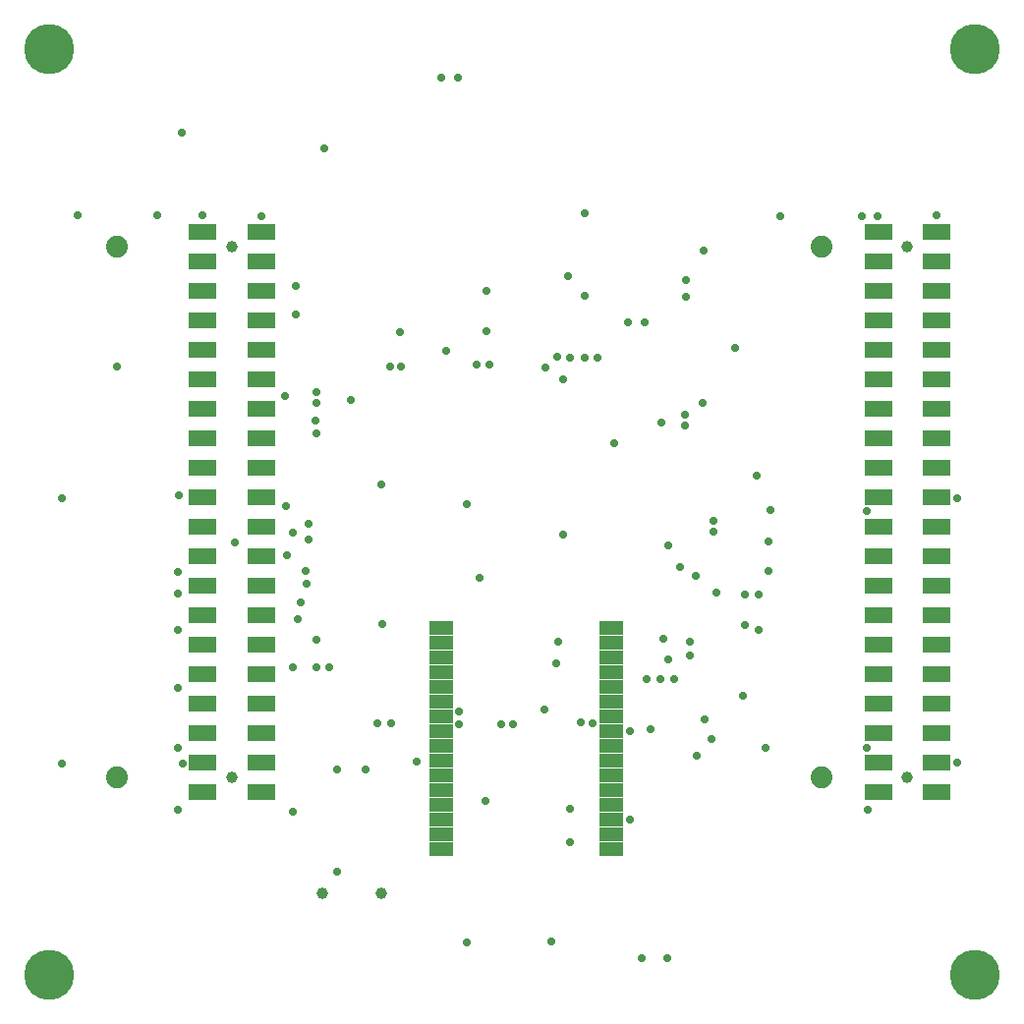
<source format=gbs>
G04*
G04 #@! TF.GenerationSoftware,Altium Limited,Altium Designer,23.11.1 (41)*
G04*
G04 Layer_Color=16711935*
%FSLAX25Y25*%
%MOIN*%
G70*
G04*
G04 #@! TF.SameCoordinates,7B13C31F-70D5-41CF-BA4D-497FEED21CC8*
G04*
G04*
G04 #@! TF.FilePolarity,Negative*
G04*
G01*
G75*
%ADD67C,0.07408*%
%ADD68C,0.03904*%
%ADD69C,0.17000*%
%ADD70C,0.02800*%
%ADD80R,0.07880X0.04613*%
%ADD81R,0.09416X0.05400*%
D67*
X42973Y266800D02*
D03*
Y86800D02*
D03*
X281926D02*
D03*
Y266800D02*
D03*
D68*
X81959Y266800D02*
D03*
Y86800D02*
D03*
X311000Y266800D02*
D03*
Y86800D02*
D03*
X112400Y47451D02*
D03*
X132400D02*
D03*
D69*
X20000Y20000D02*
D03*
X334000D02*
D03*
Y334000D02*
D03*
X20000D02*
D03*
D70*
X63900Y182600D02*
D03*
X65078Y91521D02*
D03*
X327922Y91779D02*
D03*
Y181679D02*
D03*
X297333Y177175D02*
D03*
X24375Y181567D02*
D03*
X297300Y96900D02*
D03*
X24375Y91667D02*
D03*
X267900Y277200D02*
D03*
X295400Y277300D02*
D03*
X56600Y277500D02*
D03*
X29400D02*
D03*
X135503Y226307D02*
D03*
X235645Y206154D02*
D03*
Y209978D02*
D03*
X237207Y132771D02*
D03*
X237146Y128159D02*
D03*
X229800Y126800D02*
D03*
X227300Y120200D02*
D03*
X231900D02*
D03*
X204200Y105300D02*
D03*
X200100Y105400D02*
D03*
X177300Y104798D02*
D03*
X173100Y104800D02*
D03*
X158900Y104798D02*
D03*
Y109200D02*
D03*
X135900Y105200D02*
D03*
X131300D02*
D03*
X110500Y124100D02*
D03*
X107000Y157000D02*
D03*
X107100Y152700D02*
D03*
X110300Y207800D02*
D03*
X205800Y229379D02*
D03*
X201400D02*
D03*
X169116Y226811D02*
D03*
X164800D02*
D03*
X196500Y229379D02*
D03*
X192272Y229415D02*
D03*
X110430Y213737D02*
D03*
Y217506D02*
D03*
X196500Y76300D02*
D03*
X167800Y79000D02*
D03*
X242100Y106659D02*
D03*
X252400Y232700D02*
D03*
X194100Y169200D02*
D03*
X166000Y154700D02*
D03*
X63600Y75800D02*
D03*
X297500Y76000D02*
D03*
X168200Y252000D02*
D03*
Y238300D02*
D03*
X196000Y256900D02*
D03*
X153044Y324174D02*
D03*
X158556D02*
D03*
X161500Y179400D02*
D03*
X211454Y200249D02*
D03*
X133000Y139000D02*
D03*
X132600Y186100D02*
D03*
X102600Y124200D02*
D03*
X110400Y133600D02*
D03*
X108014Y167414D02*
D03*
X117500Y89400D02*
D03*
X114800Y124100D02*
D03*
X100231Y179000D02*
D03*
X110430Y203528D02*
D03*
X196500Y64800D02*
D03*
X216900Y72700D02*
D03*
X223951Y103300D02*
D03*
X227400Y207200D02*
D03*
X229680Y25400D02*
D03*
X239400Y94206D02*
D03*
X244500Y99900D02*
D03*
X255200Y114600D02*
D03*
X230050Y165650D02*
D03*
X245156Y173982D02*
D03*
X188132Y226028D02*
D03*
X201421Y250084D02*
D03*
Y278100D02*
D03*
X216300Y241100D02*
D03*
X236000Y255600D02*
D03*
X241800Y265400D02*
D03*
X191900Y125500D02*
D03*
X222700Y120200D02*
D03*
X99900Y216100D02*
D03*
X122200Y214900D02*
D03*
X139272Y226307D02*
D03*
X103600Y243800D02*
D03*
X103500Y253600D02*
D03*
X154700Y231400D02*
D03*
X262900Y96800D02*
D03*
X264500Y177500D02*
D03*
X259936Y189100D02*
D03*
X108014Y172768D02*
D03*
X100500Y162316D02*
D03*
X82900Y166600D02*
D03*
X260400Y136900D02*
D03*
X256000Y138400D02*
D03*
X194269Y221854D02*
D03*
X138800Y238000D02*
D03*
X260600Y149000D02*
D03*
X105300Y146100D02*
D03*
X187832Y109740D02*
D03*
X216900Y102500D02*
D03*
X228099Y133851D02*
D03*
X102700Y170000D02*
D03*
X245127Y170188D02*
D03*
X320900Y277500D02*
D03*
X192700Y132800D02*
D03*
X113326Y300344D02*
D03*
X241512Y214012D02*
D03*
X104063Y140400D02*
D03*
X246100Y149700D02*
D03*
X256000Y149000D02*
D03*
X239300Y155100D02*
D03*
X263800Y156900D02*
D03*
Y166900D02*
D03*
X234000Y158128D02*
D03*
X236000Y250025D02*
D03*
X221812Y241100D02*
D03*
X92000Y277300D02*
D03*
X71800Y277500D02*
D03*
X63400Y156700D02*
D03*
Y117300D02*
D03*
X127200Y89600D02*
D03*
X144447Y92200D02*
D03*
X102500Y75300D02*
D03*
X63400Y149100D02*
D03*
Y136800D02*
D03*
X42800Y226200D02*
D03*
X63400Y97000D02*
D03*
X161500Y30800D02*
D03*
X221019Y25400D02*
D03*
X190354Y31100D02*
D03*
X300900Y277300D02*
D03*
X117400Y54900D02*
D03*
X65025Y305600D02*
D03*
D80*
X210400Y72700D02*
D03*
X152762Y62700D02*
D03*
Y107700D02*
D03*
Y112700D02*
D03*
Y117700D02*
D03*
Y122700D02*
D03*
Y127700D02*
D03*
Y132700D02*
D03*
Y137700D02*
D03*
X210400D02*
D03*
Y132700D02*
D03*
Y127700D02*
D03*
X152762Y67700D02*
D03*
X210400Y122700D02*
D03*
Y117700D02*
D03*
Y112700D02*
D03*
Y107700D02*
D03*
Y102700D02*
D03*
Y97700D02*
D03*
Y92700D02*
D03*
Y87700D02*
D03*
Y82700D02*
D03*
Y77700D02*
D03*
X152762Y72700D02*
D03*
X210400Y67700D02*
D03*
Y62700D02*
D03*
X152762Y77700D02*
D03*
Y82700D02*
D03*
Y87700D02*
D03*
Y92700D02*
D03*
Y97700D02*
D03*
Y102700D02*
D03*
D81*
X72018Y81800D02*
D03*
X91900D02*
D03*
X72018Y271800D02*
D03*
X91900D02*
D03*
X72018Y261800D02*
D03*
X91900D02*
D03*
X72018Y251800D02*
D03*
X91900D02*
D03*
X72018Y241800D02*
D03*
X91900D02*
D03*
X72018Y231800D02*
D03*
X91900D02*
D03*
X72018Y221800D02*
D03*
X91900D02*
D03*
X72018Y211800D02*
D03*
X91900D02*
D03*
X72018Y201800D02*
D03*
X91900D02*
D03*
X72018Y191800D02*
D03*
X91900D02*
D03*
X72018Y181800D02*
D03*
X91900D02*
D03*
X72018Y171800D02*
D03*
X91900D02*
D03*
X72018Y161800D02*
D03*
X91900D02*
D03*
X72018Y151800D02*
D03*
X91900D02*
D03*
X72018Y141800D02*
D03*
X91900D02*
D03*
X72018Y131800D02*
D03*
X91900D02*
D03*
X72018Y121800D02*
D03*
X91900D02*
D03*
X72018Y111800D02*
D03*
X91900D02*
D03*
X72018Y101800D02*
D03*
X91900D02*
D03*
X72018Y91800D02*
D03*
X91900D02*
D03*
X301059Y271800D02*
D03*
X320941D02*
D03*
X301059Y261800D02*
D03*
X320941D02*
D03*
X301059Y251800D02*
D03*
X320941D02*
D03*
X301059Y241800D02*
D03*
X320941D02*
D03*
X301059Y231800D02*
D03*
X320941D02*
D03*
X301059Y221800D02*
D03*
X320941D02*
D03*
X301059Y211800D02*
D03*
X320941D02*
D03*
X301059Y201800D02*
D03*
X320941D02*
D03*
X301059Y191800D02*
D03*
X320941D02*
D03*
X301059Y181800D02*
D03*
X320941D02*
D03*
X301059Y171800D02*
D03*
X320941D02*
D03*
X301059Y161800D02*
D03*
X320941D02*
D03*
X301059Y151800D02*
D03*
X320941D02*
D03*
X301059Y141800D02*
D03*
X320941D02*
D03*
X301059Y131800D02*
D03*
X320941D02*
D03*
X301059Y121800D02*
D03*
X320941D02*
D03*
X301059Y111800D02*
D03*
X320941D02*
D03*
X301059Y101800D02*
D03*
X320941D02*
D03*
X301059Y91800D02*
D03*
X320941D02*
D03*
X301059Y81800D02*
D03*
X320941D02*
D03*
M02*

</source>
